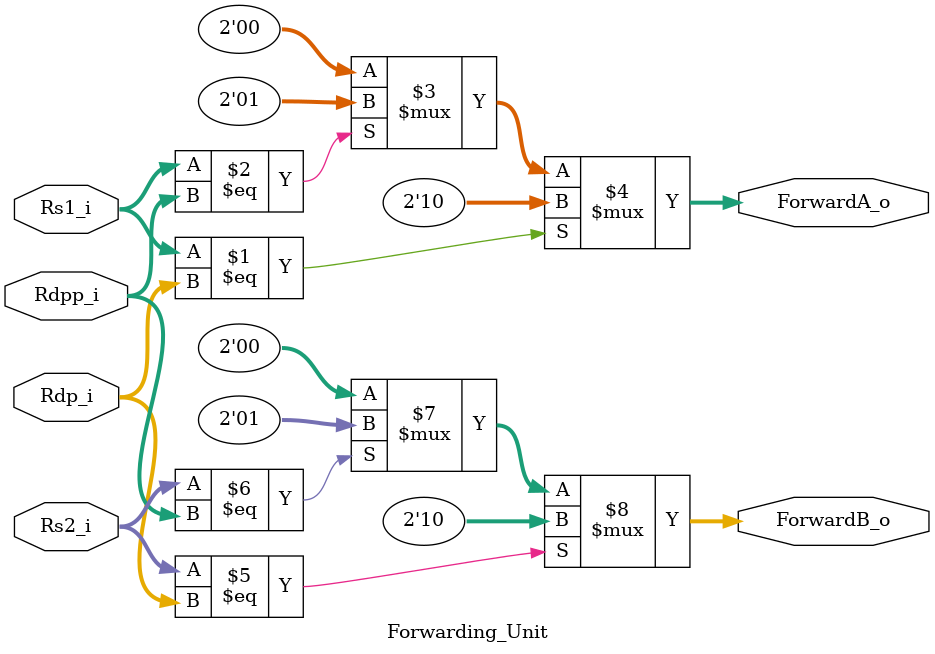
<source format=v>
module Forwarding_Unit(Rs1_i,Rs2_i,Rdp_i,Rdpp_i,ForwardA_o,ForwardB_o);
input[4:0]Rs1_i,Rs2_i,Rdp_i,Rdpp_i;
output[1:0]ForwardA_o,ForwardB_o;
assign ForwardA_o=(Rs1_i==Rdp_i)? 2'b10:
				  (Rs1_i==Rdpp_i)? 2'b01:
				  2'b00;
assign ForwardB_o=(Rs2_i==Rdp_i)? 2'b10:
				  (Rs2_i==Rdpp_i)? 2'b01:
				  2'b00;
endmodule

</source>
